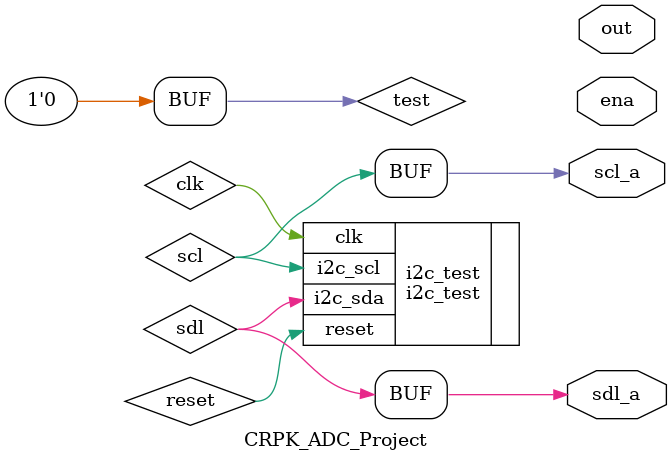
<source format=v>
module CRPK_ADC_Project
(
	output sdl_a,
	output scl_a,
	output ena,
	output [7:0] out
);

reg en;
wire [7:0] output_wire;
wire sdl;
wire scl;
wire clk;
wire reset;

i2c_test i2c_test(
	.clk(clk),
	.reset(reset),
	.i2c_sda(sdl),
	.i2c_scl(scl)
);




//i2c_master i2c(
//	.clock_freq(1'b1),
//	.dev_id(7'b0000000),
//	.addr(8'b11111111),
//	.input_data(8'b11111111),
//	.read_write(1'b1),
////	.enable(ena),
//	.output_data(out),
//	.sdl(sdl_a),
//	.scl(scl_a)
//);

assign test = 1'b0;
 assign sdl_a = sdl;
 assign scl_a = scl;
// assign out = output_wire;

endmodule
</source>
